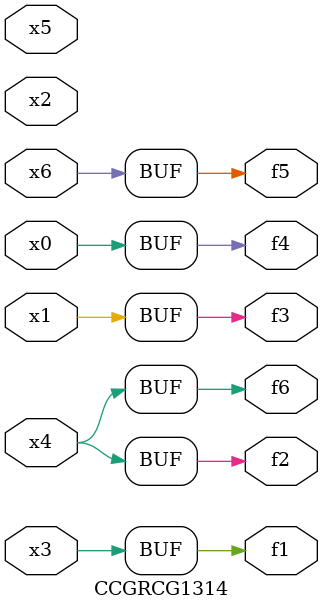
<source format=v>
module CCGRCG1314(
	input x0, x1, x2, x3, x4, x5, x6,
	output f1, f2, f3, f4, f5, f6
);
	assign f1 = x3;
	assign f2 = x4;
	assign f3 = x1;
	assign f4 = x0;
	assign f5 = x6;
	assign f6 = x4;
endmodule

</source>
